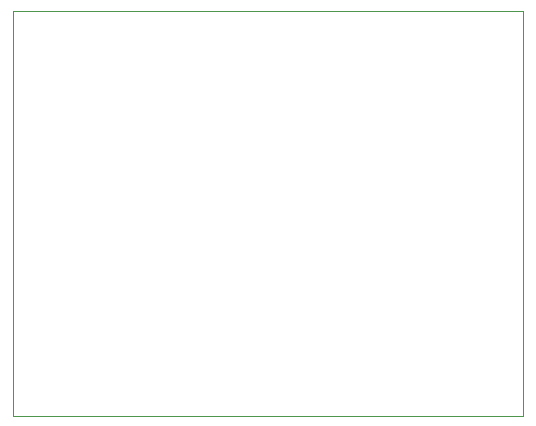
<source format=gbr>
%TF.GenerationSoftware,KiCad,Pcbnew,8.0.3*%
%TF.CreationDate,2024-12-07T17:37:54-06:00*%
%TF.ProjectId,XVI Overclock,58564920-4f76-4657-9263-6c6f636b2e6b,rev?*%
%TF.SameCoordinates,Original*%
%TF.FileFunction,Profile,NP*%
%FSLAX46Y46*%
G04 Gerber Fmt 4.6, Leading zero omitted, Abs format (unit mm)*
G04 Created by KiCad (PCBNEW 8.0.3) date 2024-12-07 17:37:54*
%MOMM*%
%LPD*%
G01*
G04 APERTURE LIST*
%TA.AperFunction,Profile*%
%ADD10C,0.050000*%
%TD*%
G04 APERTURE END LIST*
D10*
X173355000Y-120650000D02*
X173355000Y-114300000D01*
X130175000Y-120650000D02*
X173355000Y-120650000D01*
X130175000Y-86360000D02*
X130175000Y-120650000D01*
X173355000Y-86360000D02*
X130175000Y-86360000D01*
X173355000Y-114300000D02*
X173355000Y-86360000D01*
M02*

</source>
